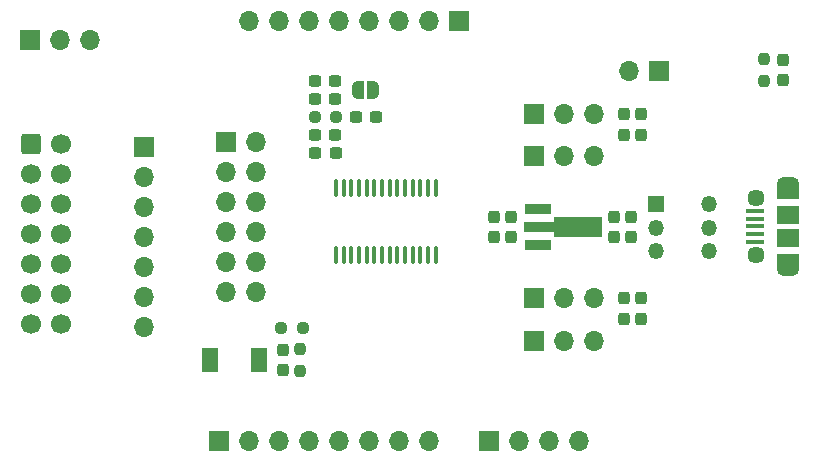
<source format=gts>
G04 #@! TF.GenerationSoftware,KiCad,Pcbnew,(6.0.7)*
G04 #@! TF.CreationDate,2022-09-17T20:35:01+02:00*
G04 #@! TF.ProjectId,SLAU335,534c4155-3333-4352-9e6b-696361645f70,rev?*
G04 #@! TF.SameCoordinates,Original*
G04 #@! TF.FileFunction,Soldermask,Top*
G04 #@! TF.FilePolarity,Negative*
%FSLAX46Y46*%
G04 Gerber Fmt 4.6, Leading zero omitted, Abs format (unit mm)*
G04 Created by KiCad (PCBNEW (6.0.7)) date 2022-09-17 20:35:01*
%MOMM*%
%LPD*%
G01*
G04 APERTURE LIST*
G04 Aperture macros list*
%AMRoundRect*
0 Rectangle with rounded corners*
0 $1 Rounding radius*
0 $2 $3 $4 $5 $6 $7 $8 $9 X,Y pos of 4 corners*
0 Add a 4 corners polygon primitive as box body*
4,1,4,$2,$3,$4,$5,$6,$7,$8,$9,$2,$3,0*
0 Add four circle primitives for the rounded corners*
1,1,$1+$1,$2,$3*
1,1,$1+$1,$4,$5*
1,1,$1+$1,$6,$7*
1,1,$1+$1,$8,$9*
0 Add four rect primitives between the rounded corners*
20,1,$1+$1,$2,$3,$4,$5,0*
20,1,$1+$1,$4,$5,$6,$7,0*
20,1,$1+$1,$6,$7,$8,$9,0*
20,1,$1+$1,$8,$9,$2,$3,0*%
%AMFreePoly0*
4,1,9,5.362500,-0.866500,1.237500,-0.866500,1.237500,-0.450000,-1.237500,-0.450000,-1.237500,0.450000,1.237500,0.450000,1.237500,0.866500,5.362500,0.866500,5.362500,-0.866500,5.362500,-0.866500,$1*%
%AMFreePoly1*
4,1,22,0.500000,-0.750000,0.000000,-0.750000,0.000000,-0.745033,-0.079941,-0.743568,-0.215256,-0.701293,-0.333266,-0.622738,-0.424486,-0.514219,-0.481581,-0.384460,-0.499164,-0.250000,-0.500000,-0.250000,-0.500000,0.250000,-0.499164,0.250000,-0.499963,0.256109,-0.478152,0.396186,-0.417904,0.524511,-0.324060,0.630769,-0.204165,0.706417,-0.067858,0.745374,0.000000,0.744959,0.000000,0.750000,
0.500000,0.750000,0.500000,-0.750000,0.500000,-0.750000,$1*%
%AMFreePoly2*
4,1,20,0.000000,0.744959,0.073905,0.744508,0.209726,0.703889,0.328688,0.626782,0.421226,0.519385,0.479903,0.390333,0.500000,0.250000,0.500000,-0.250000,0.499851,-0.262216,0.476331,-0.402017,0.414519,-0.529596,0.319384,-0.634700,0.198574,-0.708877,0.061801,-0.746166,0.000000,-0.745033,0.000000,-0.750000,-0.500000,-0.750000,-0.500000,0.750000,0.000000,0.750000,0.000000,0.744959,
0.000000,0.744959,$1*%
G04 Aperture macros list end*
%ADD10RoundRect,0.250000X-0.600000X-0.600000X0.600000X-0.600000X0.600000X0.600000X-0.600000X0.600000X0*%
%ADD11C,1.700000*%
%ADD12RoundRect,0.237500X0.300000X0.237500X-0.300000X0.237500X-0.300000X-0.237500X0.300000X-0.237500X0*%
%ADD13R,1.700000X1.700000*%
%ADD14O,1.700000X1.700000*%
%ADD15RoundRect,0.237500X0.237500X-0.300000X0.237500X0.300000X-0.237500X0.300000X-0.237500X-0.300000X0*%
%ADD16RoundRect,0.237500X-0.250000X-0.237500X0.250000X-0.237500X0.250000X0.237500X-0.250000X0.237500X0*%
%ADD17R,2.300000X0.900000*%
%ADD18FreePoly0,0.000000*%
%ADD19RoundRect,0.237500X-0.237500X0.287500X-0.237500X-0.287500X0.237500X-0.287500X0.237500X0.287500X0*%
%ADD20RoundRect,0.237500X-0.237500X0.250000X-0.237500X-0.250000X0.237500X-0.250000X0.237500X0.250000X0*%
%ADD21RoundRect,0.237500X-0.237500X0.300000X-0.237500X-0.300000X0.237500X-0.300000X0.237500X0.300000X0*%
%ADD22R,1.550000X0.400000*%
%ADD23R,1.900000X1.200000*%
%ADD24C,1.450000*%
%ADD25O,1.900000X1.200000*%
%ADD26R,1.900000X1.500000*%
%ADD27RoundRect,0.237500X0.237500X-0.250000X0.237500X0.250000X-0.237500X0.250000X-0.237500X-0.250000X0*%
%ADD28R,1.350000X1.350000*%
%ADD29O,1.350000X1.350000*%
%ADD30RoundRect,0.100000X-0.100000X0.637500X-0.100000X-0.637500X0.100000X-0.637500X0.100000X0.637500X0*%
%ADD31R,1.400000X2.000000*%
%ADD32RoundRect,0.237500X0.250000X0.237500X-0.250000X0.237500X-0.250000X-0.237500X0.250000X-0.237500X0*%
%ADD33RoundRect,0.237500X-0.300000X-0.237500X0.300000X-0.237500X0.300000X0.237500X-0.300000X0.237500X0*%
%ADD34FreePoly1,0.000000*%
%ADD35FreePoly2,0.000000*%
G04 APERTURE END LIST*
D10*
X112445000Y-95950000D03*
D11*
X114985000Y-95950000D03*
X112445000Y-98490000D03*
X114985000Y-98490000D03*
X112445000Y-101030000D03*
X114985000Y-101030000D03*
X112445000Y-103570000D03*
X114985000Y-103570000D03*
X112445000Y-106110000D03*
X114985000Y-106110000D03*
X112445000Y-108650000D03*
X114985000Y-108650000D03*
X112445000Y-111190000D03*
X114985000Y-111190000D03*
D12*
X138199500Y-95192000D03*
X136474500Y-95192000D03*
X138200600Y-92144000D03*
X136475600Y-92144000D03*
D13*
X128320000Y-121100000D03*
D14*
X130860000Y-121100000D03*
X133400000Y-121100000D03*
X135940000Y-121100000D03*
X138480000Y-121100000D03*
X141020000Y-121100000D03*
X143560000Y-121100000D03*
X146100000Y-121100000D03*
D13*
X148640000Y-85540000D03*
D14*
X146100000Y-85540000D03*
X143560000Y-85540000D03*
X141020000Y-85540000D03*
X138480000Y-85540000D03*
X135940000Y-85540000D03*
X133400000Y-85540000D03*
X130860000Y-85540000D03*
D13*
X121970000Y-96203000D03*
D14*
X121970000Y-98743000D03*
X121970000Y-101283000D03*
X121970000Y-103823000D03*
X121970000Y-106363000D03*
X121970000Y-108903000D03*
X121970000Y-111443000D03*
D15*
X163250000Y-103862500D03*
X163250000Y-102137500D03*
X161750000Y-103862500D03*
X161750000Y-102137500D03*
X151600000Y-103862500D03*
X151600000Y-102137500D03*
X153100000Y-103862500D03*
X153100000Y-102137500D03*
D16*
X136440600Y-93664000D03*
X138265600Y-93664000D03*
D17*
X155312500Y-101500000D03*
D18*
X155400000Y-103000000D03*
D17*
X155312500Y-104500000D03*
D19*
X176100000Y-88825000D03*
X176100000Y-90575000D03*
D13*
X165600000Y-89800000D03*
D14*
X163060000Y-89800000D03*
D20*
X174500000Y-88787500D03*
X174500000Y-90612500D03*
D13*
X151180000Y-121100000D03*
D14*
X153720000Y-121100000D03*
X156260000Y-121100000D03*
X158800000Y-121100000D03*
D13*
X155000000Y-93400000D03*
D14*
X157540000Y-93400000D03*
X160080000Y-93400000D03*
D13*
X155000000Y-97000000D03*
D14*
X157540000Y-97000000D03*
X160080000Y-97000000D03*
D13*
X155000000Y-112600000D03*
D14*
X157540000Y-112600000D03*
X160080000Y-112600000D03*
D21*
X164100000Y-109037500D03*
X164100000Y-110762500D03*
X164100000Y-93437500D03*
X164100000Y-95162500D03*
X162600000Y-93437500D03*
X162600000Y-95162500D03*
D13*
X155000000Y-109000000D03*
D14*
X157540000Y-109000000D03*
X160080000Y-109000000D03*
D22*
X173758500Y-104239000D03*
X173758500Y-103589000D03*
X173758500Y-102939000D03*
X173758500Y-102289000D03*
X173758500Y-101639000D03*
D23*
X176546000Y-105839000D03*
D24*
X173846000Y-100489000D03*
D25*
X176546000Y-99339000D03*
X176546000Y-106539000D03*
D26*
X176546000Y-101939000D03*
X176546000Y-103939000D03*
D23*
X176546000Y-100039000D03*
D24*
X173846000Y-105389000D03*
D12*
X138200600Y-90644000D03*
X136475600Y-90644000D03*
D13*
X112300000Y-87180000D03*
D14*
X114840000Y-87180000D03*
X117380000Y-87180000D03*
D21*
X133738000Y-113379500D03*
X133738000Y-115104500D03*
D27*
X135238000Y-115154500D03*
X135238000Y-113329500D03*
D28*
X165350000Y-101050000D03*
D29*
X165350000Y-103050000D03*
X165350000Y-105050000D03*
X169850000Y-101050000D03*
X169850000Y-103050000D03*
X169850000Y-105050000D03*
D21*
X162600000Y-109037500D03*
X162600000Y-110762500D03*
D13*
X128969200Y-95827000D03*
D14*
X131509200Y-95827000D03*
X128969200Y-98367000D03*
X131509200Y-98367000D03*
X128969200Y-100907000D03*
X131509200Y-100907000D03*
X128969200Y-103447000D03*
X131509200Y-103447000D03*
X128969200Y-105987000D03*
X131509200Y-105987000D03*
X128969200Y-108527000D03*
X131509200Y-108527000D03*
D30*
X146692800Y-99644700D03*
X146042800Y-99644700D03*
X145392800Y-99644700D03*
X144742800Y-99644700D03*
X144092800Y-99644700D03*
X143442800Y-99644700D03*
X142792800Y-99644700D03*
X142142800Y-99644700D03*
X141492800Y-99644700D03*
X140842800Y-99644700D03*
X140192800Y-99644700D03*
X139542800Y-99644700D03*
X138892800Y-99644700D03*
X138242800Y-99644700D03*
X138242800Y-105369700D03*
X138892800Y-105369700D03*
X139542800Y-105369700D03*
X140192800Y-105369700D03*
X140842800Y-105369700D03*
X141492800Y-105369700D03*
X142142800Y-105369700D03*
X142792800Y-105369700D03*
X143442800Y-105369700D03*
X144092800Y-105369700D03*
X144742800Y-105369700D03*
X145392800Y-105369700D03*
X146042800Y-105369700D03*
X146692800Y-105369700D03*
D31*
X131749000Y-114242000D03*
X127599000Y-114242000D03*
D32*
X135455500Y-111575000D03*
X133630500Y-111575000D03*
D12*
X138224900Y-96716000D03*
X136499900Y-96716000D03*
D33*
X139904600Y-93668000D03*
X141629600Y-93668000D03*
D34*
X140117100Y-91382000D03*
D35*
X141417100Y-91382000D03*
M02*

</source>
